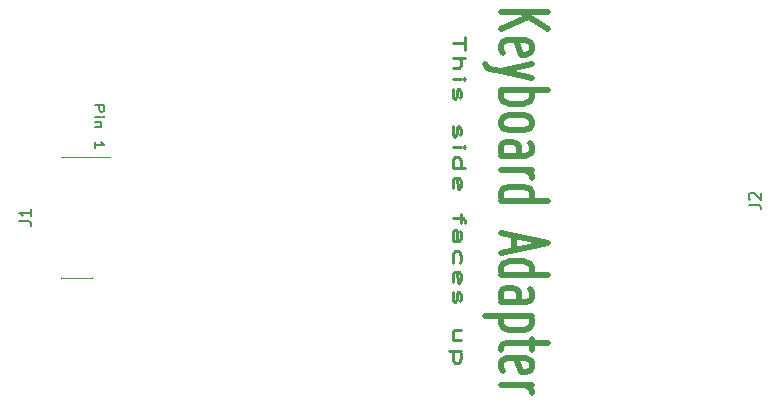
<source format=gto>
G04 #@! TF.GenerationSoftware,KiCad,Pcbnew,(5.1.10)-1*
G04 #@! TF.CreationDate,2022-08-14T11:16:36-04:00*
G04 #@! TF.ProjectId,KBAdapter,4b424164-6170-4746-9572-2e6b69636164,rev?*
G04 #@! TF.SameCoordinates,Original*
G04 #@! TF.FileFunction,Legend,Top*
G04 #@! TF.FilePolarity,Positive*
%FSLAX46Y46*%
G04 Gerber Fmt 4.6, Leading zero omitted, Abs format (unit mm)*
G04 Created by KiCad (PCBNEW (5.1.10)-1) date 2022-08-14 11:16:36*
%MOMM*%
%LPD*%
G01*
G04 APERTURE LIST*
%ADD10C,0.187500*%
%ADD11C,0.250000*%
%ADD12C,0.500000*%
%ADD13C,0.120000*%
%ADD14C,0.150000*%
G04 APERTURE END LIST*
D10*
X110260714Y-86390476D02*
X111010714Y-86390476D01*
X111010714Y-86771428D01*
X110975000Y-86866666D01*
X110939285Y-86914285D01*
X110867857Y-86961904D01*
X110760714Y-86961904D01*
X110689285Y-86914285D01*
X110653571Y-86866666D01*
X110617857Y-86771428D01*
X110617857Y-86390476D01*
X110260714Y-87390476D02*
X110760714Y-87390476D01*
X111010714Y-87390476D02*
X110975000Y-87342857D01*
X110939285Y-87390476D01*
X110975000Y-87438095D01*
X111010714Y-87390476D01*
X110939285Y-87390476D01*
X110760714Y-87866666D02*
X110260714Y-87866666D01*
X110689285Y-87866666D02*
X110725000Y-87914285D01*
X110760714Y-88009523D01*
X110760714Y-88152380D01*
X110725000Y-88247619D01*
X110653571Y-88295238D01*
X110260714Y-88295238D01*
X110260714Y-90057142D02*
X110260714Y-89485714D01*
X110260714Y-89771428D02*
X111010714Y-89771428D01*
X110903571Y-89676190D01*
X110832142Y-89580952D01*
X110796428Y-89485714D01*
D11*
X141547619Y-80595238D02*
X141547619Y-81738095D01*
X140547619Y-81166666D02*
X141547619Y-81166666D01*
X140547619Y-82404761D02*
X141547619Y-82404761D01*
X140547619Y-83261904D02*
X141071428Y-83261904D01*
X141166666Y-83166666D01*
X141214285Y-82976190D01*
X141214285Y-82690476D01*
X141166666Y-82499999D01*
X141119047Y-82404761D01*
X140547619Y-84214285D02*
X141214285Y-84214285D01*
X141547619Y-84214285D02*
X141500000Y-84119047D01*
X141452380Y-84214285D01*
X141500000Y-84309523D01*
X141547619Y-84214285D01*
X141452380Y-84214285D01*
X140595238Y-85071428D02*
X140547619Y-85261904D01*
X140547619Y-85642857D01*
X140595238Y-85833333D01*
X140690476Y-85928571D01*
X140738095Y-85928571D01*
X140833333Y-85833333D01*
X140880952Y-85642857D01*
X140880952Y-85357142D01*
X140928571Y-85166666D01*
X141023809Y-85071428D01*
X141071428Y-85071428D01*
X141166666Y-85166666D01*
X141214285Y-85357142D01*
X141214285Y-85642857D01*
X141166666Y-85833333D01*
X140595238Y-88214285D02*
X140547619Y-88404761D01*
X140547619Y-88785714D01*
X140595238Y-88976190D01*
X140690476Y-89071428D01*
X140738095Y-89071428D01*
X140833333Y-88976190D01*
X140880952Y-88785714D01*
X140880952Y-88500000D01*
X140928571Y-88309523D01*
X141023809Y-88214285D01*
X141071428Y-88214285D01*
X141166666Y-88309523D01*
X141214285Y-88500000D01*
X141214285Y-88785714D01*
X141166666Y-88976190D01*
X140547619Y-89928571D02*
X141214285Y-89928571D01*
X141547619Y-89928571D02*
X141500000Y-89833333D01*
X141452380Y-89928571D01*
X141500000Y-90023809D01*
X141547619Y-89928571D01*
X141452380Y-89928571D01*
X140547619Y-91738095D02*
X141547619Y-91738095D01*
X140595238Y-91738095D02*
X140547619Y-91547619D01*
X140547619Y-91166666D01*
X140595238Y-90976190D01*
X140642857Y-90880952D01*
X140738095Y-90785714D01*
X141023809Y-90785714D01*
X141119047Y-90880952D01*
X141166666Y-90976190D01*
X141214285Y-91166666D01*
X141214285Y-91547619D01*
X141166666Y-91738095D01*
X140595238Y-93452380D02*
X140547619Y-93261904D01*
X140547619Y-92880952D01*
X140595238Y-92690476D01*
X140690476Y-92595238D01*
X141071428Y-92595238D01*
X141166666Y-92690476D01*
X141214285Y-92880952D01*
X141214285Y-93261904D01*
X141166666Y-93452380D01*
X141071428Y-93547619D01*
X140976190Y-93547619D01*
X140880952Y-92595238D01*
X141214285Y-95642857D02*
X141214285Y-96404761D01*
X140547619Y-95928571D02*
X141404761Y-95928571D01*
X141500000Y-96023809D01*
X141547619Y-96214285D01*
X141547619Y-96404761D01*
X140547619Y-97928571D02*
X141071428Y-97928571D01*
X141166666Y-97833333D01*
X141214285Y-97642857D01*
X141214285Y-97261904D01*
X141166666Y-97071428D01*
X140595238Y-97928571D02*
X140547619Y-97738095D01*
X140547619Y-97261904D01*
X140595238Y-97071428D01*
X140690476Y-96976190D01*
X140785714Y-96976190D01*
X140880952Y-97071428D01*
X140928571Y-97261904D01*
X140928571Y-97738095D01*
X140976190Y-97928571D01*
X140595238Y-99738095D02*
X140547619Y-99547619D01*
X140547619Y-99166666D01*
X140595238Y-98976190D01*
X140642857Y-98880952D01*
X140738095Y-98785714D01*
X141023809Y-98785714D01*
X141119047Y-98880952D01*
X141166666Y-98976190D01*
X141214285Y-99166666D01*
X141214285Y-99547619D01*
X141166666Y-99738095D01*
X140595238Y-101357142D02*
X140547619Y-101166666D01*
X140547619Y-100785714D01*
X140595238Y-100595238D01*
X140690476Y-100500000D01*
X141071428Y-100500000D01*
X141166666Y-100595238D01*
X141214285Y-100785714D01*
X141214285Y-101166666D01*
X141166666Y-101357142D01*
X141071428Y-101452380D01*
X140976190Y-101452380D01*
X140880952Y-100500000D01*
X140595238Y-102214285D02*
X140547619Y-102404761D01*
X140547619Y-102785714D01*
X140595238Y-102976190D01*
X140690476Y-103071428D01*
X140738095Y-103071428D01*
X140833333Y-102976190D01*
X140880952Y-102785714D01*
X140880952Y-102500000D01*
X140928571Y-102309523D01*
X141023809Y-102214285D01*
X141071428Y-102214285D01*
X141166666Y-102309523D01*
X141214285Y-102500000D01*
X141214285Y-102785714D01*
X141166666Y-102976190D01*
X141214285Y-106309523D02*
X140547619Y-106309523D01*
X141214285Y-105452380D02*
X140690476Y-105452380D01*
X140595238Y-105547619D01*
X140547619Y-105738095D01*
X140547619Y-106023809D01*
X140595238Y-106214285D01*
X140642857Y-106309523D01*
X141214285Y-107261904D02*
X140214285Y-107261904D01*
X141166666Y-107261904D02*
X141214285Y-107452380D01*
X141214285Y-107833333D01*
X141166666Y-108023809D01*
X141119047Y-108119047D01*
X141023809Y-108214285D01*
X140738095Y-108214285D01*
X140642857Y-108119047D01*
X140595238Y-108023809D01*
X140547619Y-107833333D01*
X140547619Y-107452380D01*
X140595238Y-107261904D01*
D12*
X144590476Y-78547619D02*
X148590476Y-78547619D01*
X144590476Y-79976190D02*
X146876190Y-78904761D01*
X148590476Y-79976190D02*
X146304761Y-78547619D01*
X144780952Y-82000000D02*
X144590476Y-81761904D01*
X144590476Y-81285714D01*
X144780952Y-81047619D01*
X145161904Y-80928571D01*
X146685714Y-80928571D01*
X147066666Y-81047619D01*
X147257142Y-81285714D01*
X147257142Y-81761904D01*
X147066666Y-82000000D01*
X146685714Y-82119047D01*
X146304761Y-82119047D01*
X145923809Y-80928571D01*
X147257142Y-82952380D02*
X144590476Y-83547619D01*
X147257142Y-84142857D02*
X144590476Y-83547619D01*
X143638095Y-83309523D01*
X143447619Y-83190476D01*
X143257142Y-82952380D01*
X144590476Y-85095238D02*
X148590476Y-85095238D01*
X147066666Y-85095238D02*
X147257142Y-85333333D01*
X147257142Y-85809523D01*
X147066666Y-86047619D01*
X146876190Y-86166666D01*
X146495238Y-86285714D01*
X145352380Y-86285714D01*
X144971428Y-86166666D01*
X144780952Y-86047619D01*
X144590476Y-85809523D01*
X144590476Y-85333333D01*
X144780952Y-85095238D01*
X144590476Y-87714285D02*
X144780952Y-87476190D01*
X144971428Y-87357142D01*
X145352380Y-87238095D01*
X146495238Y-87238095D01*
X146876190Y-87357142D01*
X147066666Y-87476190D01*
X147257142Y-87714285D01*
X147257142Y-88071428D01*
X147066666Y-88309523D01*
X146876190Y-88428571D01*
X146495238Y-88547619D01*
X145352380Y-88547619D01*
X144971428Y-88428571D01*
X144780952Y-88309523D01*
X144590476Y-88071428D01*
X144590476Y-87714285D01*
X144590476Y-90690476D02*
X146685714Y-90690476D01*
X147066666Y-90571428D01*
X147257142Y-90333333D01*
X147257142Y-89857142D01*
X147066666Y-89619047D01*
X144780952Y-90690476D02*
X144590476Y-90452380D01*
X144590476Y-89857142D01*
X144780952Y-89619047D01*
X145161904Y-89500000D01*
X145542857Y-89500000D01*
X145923809Y-89619047D01*
X146114285Y-89857142D01*
X146114285Y-90452380D01*
X146304761Y-90690476D01*
X144590476Y-91880952D02*
X147257142Y-91880952D01*
X146495238Y-91880952D02*
X146876190Y-92000000D01*
X147066666Y-92119047D01*
X147257142Y-92357142D01*
X147257142Y-92595238D01*
X144590476Y-94500000D02*
X148590476Y-94500000D01*
X144780952Y-94500000D02*
X144590476Y-94261904D01*
X144590476Y-93785714D01*
X144780952Y-93547619D01*
X144971428Y-93428571D01*
X145352380Y-93309523D01*
X146495238Y-93309523D01*
X146876190Y-93428571D01*
X147066666Y-93547619D01*
X147257142Y-93785714D01*
X147257142Y-94261904D01*
X147066666Y-94500000D01*
X145733333Y-97476190D02*
X145733333Y-98666666D01*
X144590476Y-97238095D02*
X148590476Y-98071428D01*
X144590476Y-98904761D01*
X144590476Y-100809523D02*
X148590476Y-100809523D01*
X144780952Y-100809523D02*
X144590476Y-100571428D01*
X144590476Y-100095238D01*
X144780952Y-99857142D01*
X144971428Y-99738095D01*
X145352380Y-99619047D01*
X146495238Y-99619047D01*
X146876190Y-99738095D01*
X147066666Y-99857142D01*
X147257142Y-100095238D01*
X147257142Y-100571428D01*
X147066666Y-100809523D01*
X144590476Y-103071428D02*
X146685714Y-103071428D01*
X147066666Y-102952380D01*
X147257142Y-102714285D01*
X147257142Y-102238095D01*
X147066666Y-102000000D01*
X144780952Y-103071428D02*
X144590476Y-102833333D01*
X144590476Y-102238095D01*
X144780952Y-102000000D01*
X145161904Y-101880952D01*
X145542857Y-101880952D01*
X145923809Y-102000000D01*
X146114285Y-102238095D01*
X146114285Y-102833333D01*
X146304761Y-103071428D01*
X147257142Y-104261904D02*
X143257142Y-104261904D01*
X147066666Y-104261904D02*
X147257142Y-104500000D01*
X147257142Y-104976190D01*
X147066666Y-105214285D01*
X146876190Y-105333333D01*
X146495238Y-105452380D01*
X145352380Y-105452380D01*
X144971428Y-105333333D01*
X144780952Y-105214285D01*
X144590476Y-104976190D01*
X144590476Y-104500000D01*
X144780952Y-104261904D01*
X147257142Y-106166666D02*
X147257142Y-107119047D01*
X148590476Y-106523809D02*
X145161904Y-106523809D01*
X144780952Y-106642857D01*
X144590476Y-106880952D01*
X144590476Y-107119047D01*
X144780952Y-108904761D02*
X144590476Y-108666666D01*
X144590476Y-108190476D01*
X144780952Y-107952380D01*
X145161904Y-107833333D01*
X146685714Y-107833333D01*
X147066666Y-107952380D01*
X147257142Y-108190476D01*
X147257142Y-108666666D01*
X147066666Y-108904761D01*
X146685714Y-109023809D01*
X146304761Y-109023809D01*
X145923809Y-107833333D01*
X144590476Y-110095238D02*
X147257142Y-110095238D01*
X146495238Y-110095238D02*
X146876190Y-110214285D01*
X147066666Y-110333333D01*
X147257142Y-110571428D01*
X147257142Y-110809523D01*
D13*
X107370000Y-90760000D02*
X110030000Y-90760000D01*
X110030000Y-90760000D02*
X110030000Y-90820000D01*
X110030000Y-100980000D02*
X110030000Y-101040000D01*
X107370000Y-101040000D02*
X110030000Y-101040000D01*
X107370000Y-90760000D02*
X107370000Y-90820000D01*
X107370000Y-100980000D02*
X107370000Y-101040000D01*
X110030000Y-90820000D02*
X111490000Y-90820000D01*
D14*
X165602380Y-94833333D02*
X166316666Y-94833333D01*
X166459523Y-94880952D01*
X166554761Y-94976190D01*
X166602380Y-95119047D01*
X166602380Y-95214285D01*
X165697619Y-94404761D02*
X165650000Y-94357142D01*
X165602380Y-94261904D01*
X165602380Y-94023809D01*
X165650000Y-93928571D01*
X165697619Y-93880952D01*
X165792857Y-93833333D01*
X165888095Y-93833333D01*
X166030952Y-93880952D01*
X166602380Y-94452380D01*
X166602380Y-93833333D01*
X103852380Y-96233333D02*
X104566666Y-96233333D01*
X104709523Y-96280952D01*
X104804761Y-96376190D01*
X104852380Y-96519047D01*
X104852380Y-96614285D01*
X104852380Y-95233333D02*
X104852380Y-95804761D01*
X104852380Y-95519047D02*
X103852380Y-95519047D01*
X103995238Y-95614285D01*
X104090476Y-95709523D01*
X104138095Y-95804761D01*
M02*

</source>
